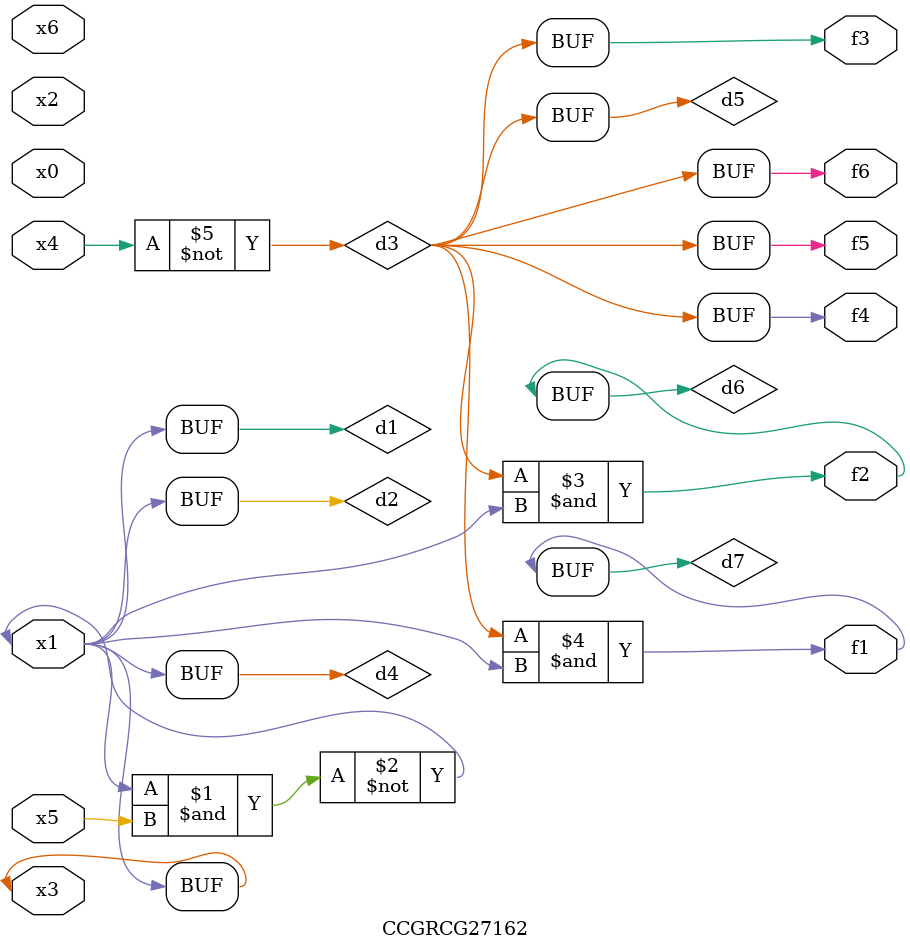
<source format=v>
module CCGRCG27162(
	input x0, x1, x2, x3, x4, x5, x6,
	output f1, f2, f3, f4, f5, f6
);

	wire d1, d2, d3, d4, d5, d6, d7;

	buf (d1, x1, x3);
	nand (d2, x1, x5);
	not (d3, x4);
	buf (d4, d1, d2);
	buf (d5, d3);
	and (d6, d3, d4);
	and (d7, d3, d4);
	assign f1 = d7;
	assign f2 = d6;
	assign f3 = d5;
	assign f4 = d5;
	assign f5 = d5;
	assign f6 = d5;
endmodule

</source>
